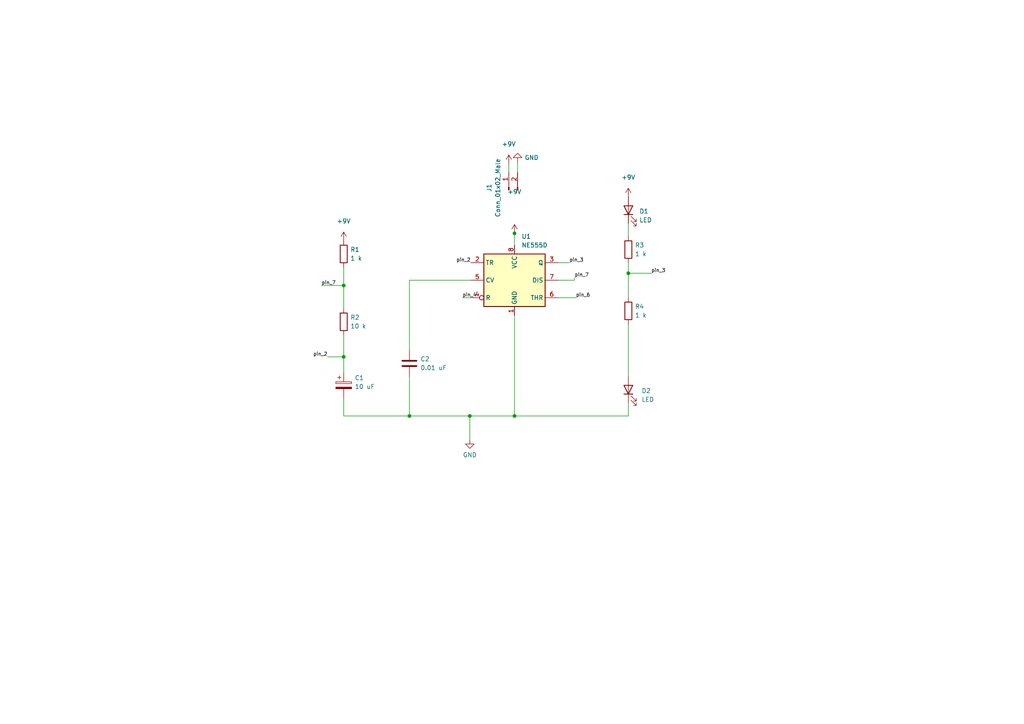
<source format=kicad_sch>
(kicad_sch (version 20211123) (generator eeschema)
  (paper "A4")
  (title_block (title "555 Timer Circuit") (date "02/02/2023") (rev "R0"))
  (lib_symbols
    (symbol "Connector:Conn_01x02_Male" (pin_names (offset 1.016) hide)
      (property "Reference" "J" (at 0 2.54 0))
      (property "Value" "Conn_01x02_Male" (at 0 -5.08 0))
      (symbol "Conn_01x02_Male_1_1"
        (polyline (pts (xy 1.27 -2.54) (xy 0.8636 -2.54)) (stroke (width 0.1524)))
        (polyline (pts (xy 1.27 0) (xy 0.8636 0)) (stroke (width 0.1524)))
        (rectangle (start 0.8636 -2.413) (end 0 -2.667) (stroke (width 0.1524)) (fill (type outline)))
        (rectangle (start 0.8636 0.127) (end 0 -0.127) (stroke (width 0.1524)) (fill (type outline)))
        (pin passive line (at 5.08 0 180) (length 3.81) (name "Pin_1") (number "1"))
        (pin passive line (at 5.08 -2.54 180) (length 3.81) (name "Pin_2") (number "2"))
      )
    )
    (symbol "Device:C" (pin_numbers hide) (pin_names (offset 0.254))
      (property "Reference" "C" (at 0.635 2.54 0))
      (property "Value" "C" (at 0.635 -2.54 0))
      (symbol "C_0_1"
        (polyline (pts (xy -2.032 -0.762) (xy 2.032 -0.762)) (stroke (width 0.508)))
        (polyline (pts (xy -2.032 0.762) (xy 2.032 0.762)) (stroke (width 0.508)))
      )
      (symbol "C_1_1"
        (pin passive line (at 0 3.81 270) (length 2.794) (name "~") (number "1"))
        (pin passive line (at 0 -3.81 90) (length 2.794) (name "~") (number "2"))
      )
    )
    (symbol "Device:C_Polarized" (pin_numbers hide) (pin_names (offset 0.254))
      (property "Reference" "C" (at 0.635 2.54 0))
      (property "Value" "C_Polarized" (at 0.635 -2.54 0))
      (symbol "C_Polarized_0_1"
        (rectangle (start -2.286 0.508) (end 2.286 1.016))
        (polyline (pts (xy -1.778 2.286) (xy -0.762 2.286)))
        (polyline (pts (xy -1.27 2.794) (xy -1.27 1.778)))
        (rectangle (start 2.286 -0.508) (end -2.286 -1.016) (fill (type outline)))
      )
      (symbol "C_Polarized_1_1"
        (pin passive line (at 0 3.81 270) (length 2.794) (name "~") (number "1"))
        (pin passive line (at 0 -3.81 90) (length 2.794) (name "~") (number "2"))
      )
    )
    (symbol "Device:LED" (pin_numbers hide) (pin_names (offset 1.016) hide)
      (property "Reference" "D" (at 0 2.54 0))
      (property "Value" "LED" (at 0 -2.54 0))
      (symbol "LED_0_1"
        (polyline (pts (xy -1.27 -1.27) (xy -1.27 1.27)) (stroke (width 0.254)))
        (polyline (pts (xy -1.27 0) (xy 1.27 0)))
        (polyline (pts (xy 1.27 -1.27) (xy 1.27 1.27) (xy -1.27 0) (xy 1.27 -1.27)) (stroke (width 0.254)))
        (polyline (pts (xy -3.048 -0.762) (xy -4.572 -2.286) (xy -3.81 -2.286) (xy -4.572 -2.286) (xy -4.572 -1.524)))
        (polyline (pts (xy -1.778 -0.762) (xy -3.302 -2.286) (xy -2.54 -2.286) (xy -3.302 -2.286) (xy -3.302 -1.524)))
      )
      (symbol "LED_1_1"
        (pin passive line (at -3.81 0 0) (length 2.54) (name "K") (number "1"))
        (pin passive line (at 3.81 0 180) (length 2.54) (name "A") (number "2"))
      )
    )
    (symbol "Device:R" (pin_numbers hide) (pin_names (offset 0))
      (property "Reference" "R" (at 2.032 0 90))
      (property "Value" "R" (at 0 0 90))
      (symbol "R_0_1"
        (rectangle (start -1.016 -2.54) (end 1.016 2.54) (stroke (width 0.254)))
      )
      (symbol "R_1_1"
        (pin passive line (at 0 3.81 270) (length 1.27) (name "~") (number "1"))
        (pin passive line (at 0 -3.81 90) (length 1.27) (name "~") (number "2"))
      )
    )
    (symbol "Timer:NE555D"
      (property "Reference" "U" (at -10.16 8.89 0))
      (property "Value" "NE555D" (at 2.54 8.89 0))
      (symbol "NE555D_0_0"
        (pin power_in line (at 0 -10.16 90) (length 2.54) (name "GND") (number "1"))
        (pin power_in line (at 0 10.16 270) (length 2.54) (name "VCC") (number "8"))
      )
      (symbol "NE555D_0_1"
        (rectangle (start -8.89 -7.62) (end 8.89 7.62) (stroke (width 0.254)) (fill (type background)))
        (rectangle (start -8.89 -7.62) (end 8.89 7.62) (stroke (width 0.254)) (fill (type background)))
      )
      (symbol "NE555D_1_1"
        (pin input line (at -12.7 5.08 0) (length 3.81) (name "TR") (number "2"))
        (pin output line (at 12.7 5.08 180) (length 3.81) (name "Q") (number "3"))
        (pin input inverted (at -12.7 -5.08 0) (length 3.81) (name "R") (number "4"))
        (pin input line (at -12.7 0 0) (length 3.81) (name "CV") (number "5"))
        (pin input line (at 12.7 -5.08 180) (length 3.81) (name "THR") (number "6"))
        (pin input line (at 12.7 0 180) (length 3.81) (name "DIS") (number "7"))
      )
    )
    (symbol "power:+9V" (power) (pin_names (offset 0))
      (property "Value" "+9V" (at 0 3.556 0))
      (symbol "+9V_0_1"
        (polyline (pts (xy -0.762 1.27) (xy 0 2.54)))
        (polyline (pts (xy 0 0) (xy 0 2.54)))
        (polyline (pts (xy 0 2.54) (xy 0.762 1.27)))
      )
      (symbol "+9V_1_1"
        (pin power_in line (at 0 0 90) (length 0) hide (name "+9V") (number "1"))
      )
    )
    (symbol "power:GND" (power) (pin_names (offset 0))
      (property "Value" "GND" (at 0 -3.81 0))
      (symbol "GND_0_1"
        (polyline (pts (xy 0 0) (xy 0 -1.27) (xy 1.27 -1.27) (xy 0 -2.54) (xy -1.27 -1.27) (xy 0 -1.27)))
      )
      (symbol "GND_1_1"
        (pin power_in line (at 0 0 270) (length 0) hide (name "GND") (number "1"))
      )
    )
  )
  (junction (at 149.225 120.65))
  (junction (at 99.695 82.804))
  (junction (at 118.745 120.65))
  (junction (at 99.695 103.505))
  (junction (at 182.245 79.248))
  (junction (at 149.225 67.691))
  (junction (at 136.271 120.65))
  (wire (pts (xy 134.112 86.36) (xy 136.525 86.36)))
  (wire (pts (xy 99.695 97.155) (xy 99.695 103.505)))
  (wire (pts (xy 94.996 103.505) (xy 99.695 103.505)))
  (wire (pts (xy 182.245 93.98) (xy 182.245 109.22)))
  (wire (pts (xy 99.695 77.47) (xy 99.695 82.804)))
  (wire (pts (xy 166.624 80.518) (xy 166.624 81.28)))
  (wire (pts (xy 182.245 64.77) (xy 182.245 68.58)))
  (wire (pts (xy 161.925 81.28) (xy 166.624 81.28)))
  (wire (pts (xy 150.114 46.99) (xy 150.114 50.038)))
  (wire (pts (xy 182.245 76.2) (xy 182.245 79.248)))
  (wire (pts (xy 149.225 91.44) (xy 149.225 120.65)))
  (wire (pts (xy 147.574 47.498) (xy 147.574 50.038)))
  (wire (pts (xy 99.695 120.65) (xy 118.745 120.65)))
  (wire (pts (xy 136.271 120.65) (xy 136.271 127.508)))
  (wire (pts (xy 161.925 86.36) (xy 167.005 86.36)))
  (wire (pts (xy 149.225 120.65) (xy 182.245 120.65)))
  (wire (pts (xy 182.245 116.84) (xy 182.245 120.65)))
  (wire (pts (xy 99.695 103.505) (xy 99.695 107.95)))
  (wire (pts (xy 118.745 120.65) (xy 136.271 120.65)))
  (wire (pts (xy 99.695 82.804) (xy 99.695 89.535)))
  (wire (pts (xy 118.745 109.22) (xy 118.745 120.65)))
  (wire (pts (xy 149.225 67.691) (xy 149.225 71.12)))
  (wire (pts (xy 149.225 67.564) (xy 149.225 67.691)))
  (wire (pts (xy 136.271 120.65) (xy 149.225 120.65)))
  (wire (pts (xy 188.976 79.248) (xy 182.245 79.248)))
  (wire (pts (xy 99.695 115.57) (xy 99.695 120.65)))
  (wire (pts (xy 182.245 79.248) (xy 182.245 86.36)))
  (wire (pts (xy 93.218 82.804) (xy 99.695 82.804)))
  (wire (pts (xy 118.745 81.28) (xy 136.525 81.28)))
  (wire (pts (xy 161.925 76.2) (xy 165.1 76.2)))
  (wire (pts (xy 118.745 81.28) (xy 118.745 101.6)))
  (label "pin_7" (at 93.218 82.804 0) (effects (font (size 1 1))))
  (label "pin_7" (at 166.624 80.518 0) (effects (font (size 1 1))))
  (label "pin_6" (at 167.005 86.36 0) (effects (font (size 1 1))))
  (label "pin_2" (at 94.996 103.505 180) (effects (font (size 1 1))))
  (label "pin_4" (at 134.112 86.36 0) (effects (font (size 1 1))))
  (label "pin_3" (at 165.1 76.2 0) (effects (font (size 1 1))))
  (label "pin_3" (at 188.849 79.248 0) (effects (font (size 1 1))))
  (label "pin_2" (at 136.525 76.2 180) (effects (font (size 1 1))))
  (symbol (lib_id "Device:R") (at 99.695 73.66 0) (unit 1)
    (property "Reference" "R1" (at 101.6 72.3899 0) (effects (justify left)))
    (property "Value" "1 k" (at 101.6 74.9299 0) (effects (justify left)))
  )
  (symbol (lib_id "power:+9V") (at 147.574 47.498 0) (unit 1)
    (property "Reference" "#PWR03" (effects hide))
    (property "Value" "+9V" (at 147.574 41.783 0))
  )
  (symbol (lib_id "power:+9V") (at 99.695 69.85 0) (unit 1)
    (property "Reference" "#PWR01" (effects hide))
    (property "Value" "+9V" (at 99.695 64.135 0))
  )
  (symbol (lib_id "Device:R") (at 182.245 72.39 0) (unit 1)
    (property "Reference" "R3" (at 184.15 71.1199 0) (effects (justify left)))
    (property "Value" "1 k" (at 184.15 73.6599 0) (effects (justify left)))
  )
  (symbol (lib_id "Device:C") (at 118.745 105.41 0) (unit 1)
    (property "Reference" "C2" (at 121.92 104.1399 0) (effects (justify left)))
    (property "Value" "0.01 uF" (at 121.92 106.6799 0) (effects (justify left)))
  )
  (symbol (lib_id "Device:C_Polarized") (at 99.695 111.76 0) (unit 1)
    (property "Reference" "C1" (at 102.87 109.6009 0) (effects (justify left)))
    (property "Value" "10 uF" (at 102.87 112.1409 0) (effects (justify left)))
  )
  (symbol (lib_id "Timer:NE555D") (at 149.225 81.28 0) (unit 1)
    (property "Reference" "U1" (at 151.2444 68.58 0) (effects (justify left)))
    (property "Value" "NE555D" (at 151.2444 71.12 0) (effects (justify left)))
    (property "Footprint" "Package_SO:SOIC-8_3.9x4.9mm_P1.27mm" (effects hide))
    (property "Datasheet" "http://www.ti.com/lit/ds/symlink/ne555.pdf" (effects hide))
  )
  (symbol (lib_id "Device:LED") (at 182.245 113.03 90) (unit 1)
    (property "Reference" "D2" (at 186.055 113.3474 90) (effects (justify right)))
    (property "Value" "LED" (at 186.055 115.8874 90) (effects (justify right)))
  )
  (symbol (lib_id "Device:R") (at 182.245 90.17 0) (unit 1)
    (property "Reference" "R4" (at 184.15 88.8999 0) (effects (justify left)))
    (property "Value" "1 k" (at 184.15 91.4399 0) (effects (justify left)))
  )
  (symbol (lib_id "power:GND") (at 150.114 46.99 180) (unit 1)
    (property "Reference" "#PWR05" (effects hide))
    (property "Value" "GND" (at 152.146 45.7199 0) (effects (justify right)))
  )
  (symbol (lib_id "power:+9V") (at 182.245 57.15 0) (unit 1)
    (property "Reference" "#PWR06" (effects hide))
    (property "Value" "+9V" (at 182.245 51.435 0))
  )
  (symbol (lib_id "Connector:Conn_01x02_Male") (at 147.574 55.118 90) (unit 1)
    (property "Reference" "J1" (at 141.859 54.483 0))
    (property "Value" "Conn_01x02_Male" (at 144.399 54.483 0))
  )
  (symbol (lib_id "power:+9V") (at 149.225 67.691 0) (unit 1)
    (property "Reference" "#PWR04" (effects hide))
    (property "Value" "+9V" (at 149.225 55.626 0))
  )
  (symbol (lib_id "power:GND") (at 136.271 127.508 0) (unit 1)
    (property "Reference" "#PWR02" (effects hide))
    (property "Value" "GND" (at 136.271 131.953 0))
  )
  (symbol (lib_id "Device:LED") (at 182.245 60.96 90) (unit 1)
    (property "Reference" "D1" (at 185.42 61.2774 90) (effects (justify right)))
    (property "Value" "LED" (at 185.42 63.8174 90) (effects (justify right)))
  )
  (symbol (lib_id "Device:R") (at 99.695 93.345 0) (unit 1)
    (property "Reference" "R2" (at 101.6 92.0749 0) (effects (justify left)))
    (property "Value" "10 k" (at 101.6 94.6149 0) (effects (justify left)))
  )
)
</source>
